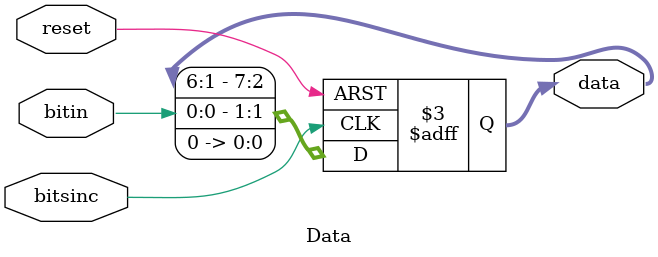
<source format=sv>
module Data(
	input logic bitin,
	input logic bitsinc,
	output logic [7:0]data,
	input logic reset
);

always_ff @(posedge bitsinc or posedge reset) begin
		if(reset) begin
			data <= 0;
		end
		else begin
			data[0] = bitin;
			data = data << 1;
		end
end


endmodule
</source>
